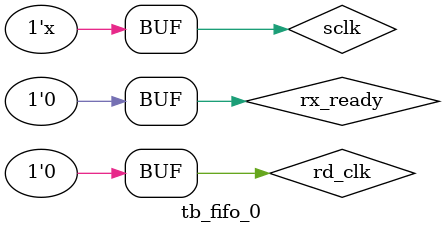
<source format=v>
`timescale	1ns/1ps

module tb_fifo_0();

//-----------------接口定义-------------------=//
reg 	sclk;				//系统时钟
reg		rd_clk;				//读数据时钟
reg		data_tvalid = 0;	//FFT数据准备完毕
reg		[13:0]	data;		//数据
reg		rx_ready;			//单片机接收准备

wire	tx_ready;			//uart发送准备
wire	data_out;

//===============产生时钟信号==================//
initial		sclk = 1;		
always	#5	sclk = ~sclk;		//系统时钟100M

initial		rd_clk = 1;			//数据读取时钟
always	begin
	#100
	rd_clk = 1;
	#10
	rd_clk = 0;
end	
	
//===============产生valid信号=================//
reg		[12:0]	cnt = 0;
always @(posedge sclk) begin	
	if(cnt == 13'd8000)	begin		//计数一个周期
		cnt <= 0;
	end
	else	begin
		cnt <= cnt + 1;
	end
end

always @(posedge sclk) begin
	if(cnt <= 13'd1023)	begin
		data_tvalid <= 1;			//fft数据准备完毕
		data <= cnt;				//产生数据
	end
	else if(cnt > 13'd1024)	begin
		data_tvalid <= 0;
		data <= data;
	end
	else	begin
		data_tvalid <= data_tvalid;
		data <= data;
	end
end

//=================接收方信号=================//
initial	begin
	rx_ready = 0;
	#75000
	rx_ready = 1;
	#180050
	rx_ready = 0;
	#44950
	rx_ready = 1;
	#180000
	rx_ready = 0;
end

//-------------------例化---------------------//
FIFO_Control_0		FIFO_Control_0_inst0(
    .clk		(sclk),            
    .wr_clk		(sclk),         
    .rd_clk		(rd_clk),	         
    .data_valid		(data_tvalid),     
    .rx_ready		(rx_ready),       
    .data_re		(data),

    .tx_ready		(tx_ready),
	.data_out	(data_out)
);

endmodule 




</source>
